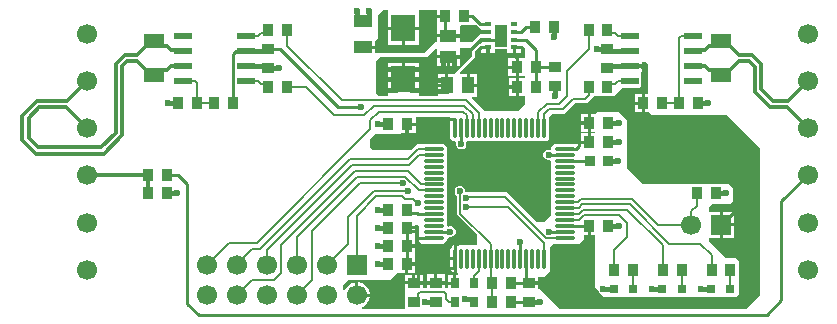
<source format=gtl>
G04*
G04 #@! TF.GenerationSoftware,Altium Limited,Altium Designer,22.3.1 (43)*
G04*
G04 Layer_Physical_Order=1*
G04 Layer_Color=255*
%FSLAX44Y44*%
%MOMM*%
G71*
G04*
G04 #@! TF.SameCoordinates,C52AF181-6C1B-4B2A-911A-4B769AFB4D18*
G04*
G04*
G04 #@! TF.FilePolarity,Positive*
G04*
G01*
G75*
%ADD10C,0.3000*%
%ADD13C,0.2540*%
%ADD14C,0.2000*%
%ADD15C,0.3500*%
%ADD16R,0.9500X1.0000*%
%ADD17R,0.8000X0.8000*%
%ADD18R,1.5000X1.0000*%
%ADD19O,1.8000X0.3000*%
%ADD20O,0.3000X1.8000*%
%ADD21R,1.1000X1.9000*%
%ADD22R,0.6250X0.4000*%
%ADD23R,1.5500X0.6000*%
%ADD24R,1.8000X1.1500*%
%ADD25R,0.9000X1.0000*%
%ADD26R,1.0000X0.9500*%
%ADD27R,1.0500X1.4000*%
%ADD28R,1.0000X0.9000*%
%ADD29R,1.4000X1.0500*%
%ADD30R,2.1500X2.3000*%
%ADD31R,0.9500X0.9500*%
%ADD32R,0.6500X0.8500*%
%ADD55C,0.4000*%
%ADD56C,0.1520*%
%ADD57C,1.7000*%
%ADD58R,1.7000X1.7000*%
%ADD59R,1.7000X1.7000*%
%ADD60C,0.6000*%
G36*
X686000Y935990D02*
X693040D01*
Y933450D01*
X686000D01*
Y927206D01*
X686000Y927180D01*
X686000D01*
X686420Y926110D01*
X686420Y926110D01*
Y919590D01*
X695960D01*
X705500D01*
Y926110D01*
X706176Y927100D01*
X719871D01*
X721026Y925946D01*
X721026Y925946D01*
X721685Y925505D01*
X723620Y923570D01*
Y922730D01*
X729285D01*
Y920190D01*
X723620D01*
Y919460D01*
X722610D01*
X716220Y913070D01*
X705500D01*
Y917050D01*
X695960D01*
X686420D01*
Y913070D01*
X684470D01*
X674880Y903480D01*
X633610D01*
Y907210D01*
X623570D01*
Y909750D01*
X633610D01*
Y913520D01*
X636324Y916234D01*
Y935955D01*
X640089Y939720D01*
X644425D01*
X644570Y938510D01*
X644570Y938450D01*
Y925740D01*
X657860D01*
X671150D01*
Y938450D01*
X671150Y938510D01*
X671295Y939720D01*
X686000D01*
Y935990D01*
D02*
G37*
G36*
X760730Y908050D02*
Y899080D01*
X755270D01*
Y891540D01*
Y884000D01*
X760730D01*
Y882570D01*
X755270D01*
Y875030D01*
Y867490D01*
X760730D01*
Y860056D01*
X755136Y854462D01*
X726688D01*
X715563Y865587D01*
X716049Y866760D01*
X720370D01*
Y875030D01*
X712580D01*
Y876300D01*
X711310D01*
Y885840D01*
X706026D01*
X705500Y887110D01*
X718199Y899809D01*
Y904889D01*
X722447Y909137D01*
X723620Y908651D01*
Y903920D01*
X728015D01*
Y908460D01*
X730555D01*
Y903920D01*
X734950D01*
Y907186D01*
X745870D01*
Y903920D01*
X750265D01*
Y908460D01*
X751535D01*
Y909730D01*
X757200D01*
Y909914D01*
X758470Y910310D01*
X760730Y908050D01*
D02*
G37*
G36*
X723057Y916230D02*
X729285D01*
Y913690D01*
X723620D01*
Y912850D01*
X716280Y905510D01*
Y901005D01*
X701115Y885840D01*
X695850D01*
Y876300D01*
X694580D01*
Y875030D01*
X686790D01*
Y867410D01*
X672412D01*
X671150Y867430D01*
X671150Y868680D01*
Y880200D01*
X657860D01*
X644570D01*
Y868680D01*
X644570Y867430D01*
X643308Y867410D01*
X637540D01*
X635000Y869950D01*
Y896620D01*
X638810Y900430D01*
X678180D01*
X685150Y907400D01*
X686420Y906874D01*
Y901590D01*
X695960D01*
X705500D01*
Y908050D01*
X713877D01*
X722350Y916523D01*
X723057Y916230D01*
D02*
G37*
G36*
X865180Y893770D02*
Y868600D01*
X861950D01*
Y861060D01*
Y853520D01*
X866060D01*
X868680Y850900D01*
X932180D01*
X960120Y822960D01*
Y698500D01*
X948690Y687070D01*
X789940D01*
X773350Y703660D01*
X772080D01*
Y707770D01*
X764540D01*
Y710310D01*
X772080D01*
Y713790D01*
X777290D01*
X782320Y718820D01*
Y739140D01*
X784860Y741680D01*
X806450D01*
X810590Y745820D01*
Y749820D01*
X814070D01*
Y757360D01*
X816610D01*
Y749820D01*
X820090D01*
Y705180D01*
X822396Y702874D01*
Y702680D01*
X823085Y701017D01*
X824357Y699745D01*
X826020Y699056D01*
X826214D01*
X828040Y697230D01*
X939800D01*
X942340Y699770D01*
Y727710D01*
X939800Y730250D01*
X930910D01*
X916940Y744220D01*
Y747011D01*
X925440D01*
Y758051D01*
Y769091D01*
X916940D01*
Y773430D01*
X919480Y775970D01*
X934720D01*
X937260Y778510D01*
Y788670D01*
X933450Y792480D01*
X861060D01*
X847090Y806450D01*
Y847090D01*
X840740Y853440D01*
X821690D01*
X820340Y852090D01*
X816610D01*
Y844550D01*
Y837010D01*
X820090D01*
Y835580D01*
X816610D01*
Y828040D01*
X815340D01*
Y826770D01*
X806780D01*
D01*
X785757D01*
X784324Y825337D01*
X784227Y825273D01*
X784163Y825176D01*
X783050Y824063D01*
Y822704D01*
X782550Y822184D01*
X782083Y821883D01*
X781917Y821798D01*
X781710Y821884D01*
X779910D01*
X778247Y821195D01*
X776975Y819923D01*
X776286Y818260D01*
Y816460D01*
X776975Y814797D01*
X778247Y813525D01*
X779910Y812836D01*
X781710D01*
X781994Y812954D01*
X783050Y812248D01*
Y766540D01*
X777240Y760730D01*
X770890D01*
X745490Y786130D01*
X710081D01*
Y787586D01*
X709392Y789249D01*
X708120Y790521D01*
X706457Y791210D01*
X704657D01*
X702995Y790521D01*
X701722Y789249D01*
X701033Y787586D01*
Y785786D01*
X701722Y784123D01*
X702995Y782851D01*
X703217Y782758D01*
Y779176D01*
X703228Y779121D01*
Y767697D01*
X703406Y766806D01*
X703911Y766050D01*
X720090Y749871D01*
Y741680D01*
X719380Y740970D01*
X704996D01*
X704101Y740075D01*
X703216Y740666D01*
X702910Y740726D01*
Y729360D01*
Y717993D01*
X703030Y718017D01*
X704188Y717535D01*
X704300Y717475D01*
Y715450D01*
X702320D01*
Y708660D01*
X701050D01*
Y707390D01*
X695260D01*
Y704540D01*
X692710D01*
Y707640D01*
X685170D01*
X677630D01*
Y704540D01*
X674290D01*
Y707770D01*
X666750D01*
X659210D01*
Y703154D01*
X659130Y703074D01*
Y687070D01*
X623190D01*
X623034Y687475D01*
X622972Y688340D01*
X625269Y689666D01*
X627324Y691721D01*
X628778Y694239D01*
X629530Y697047D01*
Y697230D01*
X618490D01*
Y698500D01*
X617220D01*
Y709540D01*
X617037D01*
X614229Y708788D01*
X611711Y707334D01*
X609656Y705279D01*
X608330Y702982D01*
X607465Y703044D01*
X607060Y703200D01*
Y707390D01*
X610870Y711200D01*
X646430D01*
X652273Y717043D01*
X653319Y717592D01*
Y717592D01*
X653319Y717592D01*
X659339D01*
Y725132D01*
X660609D01*
Y726402D01*
X667899D01*
Y732672D01*
X667899D01*
Y732832D01*
X667899D01*
Y739102D01*
X660609D01*
Y741642D01*
X667899D01*
Y747912D01*
X667899D01*
Y748072D01*
X667899D01*
Y754342D01*
X660609D01*
Y756882D01*
X667899D01*
Y757922D01*
X669072Y758408D01*
X670721Y756759D01*
Y744111D01*
X672763Y742069D01*
X691725D01*
X695032Y745375D01*
Y746217D01*
X695194Y747031D01*
X696342Y747931D01*
X696570Y747836D01*
X698370D01*
X700033Y748525D01*
X701305Y749797D01*
X701994Y751460D01*
Y753260D01*
X701305Y754923D01*
X700033Y756195D01*
X698370Y756884D01*
X696570D01*
X696088Y756684D01*
X695032Y757390D01*
Y823753D01*
X692014Y826770D01*
X669290D01*
X664210Y821690D01*
X632460D01*
X629920Y824230D01*
Y830580D01*
X634373Y835033D01*
X654693D01*
X655400Y835740D01*
X659510D01*
Y843280D01*
X660780D01*
Y844550D01*
X668070D01*
Y849619D01*
X697074D01*
Y831824D01*
X698279Y830619D01*
X698727Y829947D01*
X699399Y829499D01*
X699991Y828906D01*
X700808D01*
X701311Y828806D01*
X701999Y827928D01*
X702166Y827551D01*
X702116Y827430D01*
Y825630D01*
X702805Y823967D01*
X704077Y822695D01*
X705740Y822006D01*
X707540D01*
X709203Y822695D01*
X710475Y823967D01*
X711164Y825630D01*
Y827430D01*
X710990Y827850D01*
X711695Y828906D01*
X779376D01*
X781050Y830580D01*
Y849630D01*
X783590Y852170D01*
X793750D01*
X802965Y861385D01*
X813125D01*
X819150Y867410D01*
X836930D01*
X843280Y873760D01*
X857549D01*
X859274Y875485D01*
Y887270D01*
X859590D01*
Y891540D01*
X849300D01*
Y894080D01*
X859590D01*
Y895910D01*
X863040D01*
X865180Y893770D01*
D02*
G37*
%LPC*%
G36*
X671150Y923200D02*
X659130D01*
Y910430D01*
X671150D01*
Y923200D01*
D02*
G37*
G36*
X656590D02*
X644570D01*
Y910430D01*
X656590D01*
Y923200D01*
D02*
G37*
G36*
X757200Y907190D02*
X752805D01*
Y903920D01*
X757200D01*
Y907190D01*
D02*
G37*
G36*
X752730Y899080D02*
X746710D01*
Y892810D01*
X752730D01*
Y899080D01*
D02*
G37*
G36*
Y890270D02*
X746710D01*
Y884000D01*
X752730D01*
Y890270D01*
D02*
G37*
G36*
X720370Y885840D02*
X713850D01*
Y877570D01*
X720370D01*
Y885840D01*
D02*
G37*
G36*
X752730Y882570D02*
X746960D01*
Y876300D01*
X752730D01*
Y882570D01*
D02*
G37*
G36*
Y873760D02*
X746960D01*
Y867490D01*
X752730D01*
Y873760D01*
D02*
G37*
G36*
X705500Y899050D02*
X697230D01*
Y892530D01*
X705500D01*
Y899050D01*
D02*
G37*
G36*
X694690D02*
X686420D01*
Y892530D01*
X694690D01*
Y899050D01*
D02*
G37*
G36*
X671150Y895510D02*
X659130D01*
Y882740D01*
X671150D01*
Y895510D01*
D02*
G37*
G36*
X656590D02*
X644570D01*
Y882740D01*
X656590D01*
Y895510D01*
D02*
G37*
G36*
X693310Y885840D02*
X686790D01*
Y877570D01*
X693310D01*
Y885840D01*
D02*
G37*
G36*
X859410Y868600D02*
X853640D01*
Y862330D01*
X859410D01*
Y868600D01*
D02*
G37*
G36*
Y859790D02*
X853640D01*
Y853520D01*
X859410D01*
Y859790D01*
D02*
G37*
G36*
X814070Y852090D02*
X808050D01*
Y845820D01*
X814070D01*
Y852090D01*
D02*
G37*
G36*
Y843280D02*
X808050D01*
Y837010D01*
X814070D01*
Y843280D01*
D02*
G37*
G36*
X668070Y842010D02*
X662050D01*
Y835740D01*
X668070D01*
Y842010D01*
D02*
G37*
G36*
X814070Y835580D02*
X808050D01*
Y829310D01*
X814070D01*
Y835580D01*
D02*
G37*
G36*
X937750Y769091D02*
X927980D01*
Y759321D01*
X937750D01*
Y769091D01*
D02*
G37*
G36*
Y756781D02*
X927980D01*
Y747011D01*
X937750D01*
Y756781D01*
D02*
G37*
G36*
X700370Y740726D02*
X700064Y740666D01*
X698727Y739773D01*
X697834Y738436D01*
X697521Y736860D01*
Y730630D01*
X700370D01*
Y740726D01*
D02*
G37*
G36*
Y728090D02*
X697521D01*
Y721860D01*
X697834Y720284D01*
X698727Y718947D01*
X700064Y718054D01*
X700370Y717993D01*
Y728090D01*
D02*
G37*
G36*
X667899Y723862D02*
X661879D01*
Y717592D01*
X667899D01*
Y723862D01*
D02*
G37*
G36*
X674290Y716080D02*
X668020D01*
Y710310D01*
X674290D01*
Y716080D01*
D02*
G37*
G36*
X665480D02*
X659210D01*
Y710310D01*
X665480D01*
Y716080D01*
D02*
G37*
G36*
X692710Y716200D02*
X686440D01*
Y710180D01*
X692710D01*
Y716200D01*
D02*
G37*
G36*
X683900D02*
X677630D01*
Y710180D01*
X683900D01*
Y716200D01*
D02*
G37*
G36*
X699780Y715450D02*
X695260D01*
Y709930D01*
X699780D01*
Y715450D01*
D02*
G37*
G36*
X619943Y709540D02*
X619760D01*
Y699770D01*
X629530D01*
Y699953D01*
X628778Y702761D01*
X627324Y705279D01*
X625269Y707334D01*
X622751Y708788D01*
X619943Y709540D01*
D02*
G37*
%LPD*%
D10*
X390000Y800000D02*
X441480D01*
X441580Y800100D01*
Y784860D02*
Y800100D01*
D13*
X815340Y828040D02*
Y844550D01*
Y827790D02*
Y828040D01*
X806545Y824939D02*
Y827950D01*
X814212Y826662D02*
X815340Y827790D01*
X804054Y822448D02*
X806545Y824939D01*
X794728Y822448D02*
X804054D01*
X794640Y822360D02*
X794728Y822448D01*
X474973Y691434D02*
X484416Y681990D01*
X467360Y800100D02*
X474973Y792487D01*
X457580Y800100D02*
X467360D01*
X474973Y691434D02*
Y792487D01*
X484416Y681990D02*
X965521D01*
X815340Y704850D02*
X828777Y691413D01*
X942873D02*
X949960Y698500D01*
X828777Y691413D02*
X942873D01*
X815340Y742950D02*
Y757360D01*
Y704850D02*
Y742950D01*
X941070Y772411D02*
X949960Y763521D01*
Y698500D02*
Y763521D01*
X977900Y694369D02*
Y777900D01*
X965521Y681990D02*
X977900Y694369D01*
X731900Y792480D02*
X759840Y820420D01*
X794552Y757448D02*
X794640Y757360D01*
X748790Y708660D02*
X764160D01*
X748215D02*
X748790D01*
X699763Y792480D02*
Y821697D01*
Y762007D02*
Y792480D01*
X703566Y748016D02*
Y758204D01*
X699763Y762007D02*
X703566Y758204D01*
X748790Y693040D02*
X764540D01*
X660609Y740372D02*
Y755612D01*
Y725132D02*
Y740372D01*
X666750Y709040D02*
X666954D01*
X670184Y712270D02*
Y718444D01*
X666954Y709040D02*
X670184Y712270D01*
Y718444D02*
X674370Y722630D01*
X977900Y777900D02*
X1000000Y800000D01*
X721124Y906030D02*
X723555Y908460D01*
X729285D01*
X815340Y844550D02*
Y854710D01*
X819150Y858520D01*
X842010D01*
X904240Y796290D01*
X935990D01*
X941070Y772411D02*
Y791210D01*
X935990Y796290D02*
X941070Y791210D01*
X926710Y758051D02*
X941070Y772411D01*
X662521Y828891D02*
X664210Y830580D01*
X636030Y828891D02*
X662521D01*
X553340Y907160D02*
X602478Y858022D01*
X621623D01*
X543560Y907160D02*
X553340D01*
X660780Y770890D02*
X663324Y768346D01*
X660609Y755612D02*
X663043Y753178D01*
X759840Y820420D02*
X774700D01*
X798830Y844550D01*
X815340D01*
X690880Y830580D02*
X699763Y821697D01*
X664210Y830580D02*
X690880D01*
X660780Y834010D02*
X664210Y830580D01*
X660780Y834010D02*
Y843280D01*
X516032Y905510D02*
X524840D01*
X513419Y902897D02*
X516032Y905510D01*
X513419Y861101D02*
Y902897D01*
X849300Y892810D02*
X858520D01*
X860680Y890650D01*
Y861060D02*
Y890650D01*
X849300Y892810D02*
X850570Y891540D01*
X541910Y905510D02*
X543560Y907160D01*
X541910Y892810D02*
X543560Y891160D01*
X781430Y709040D02*
X815340Y742950D01*
X699763Y792480D02*
X731900D01*
X764540Y709040D02*
X781430D01*
X693420Y737870D02*
X703566Y748016D01*
X693040Y921240D02*
X695960Y918320D01*
X693040Y921240D02*
Y934720D01*
X695960Y918320D02*
X710040D01*
X713180Y921460D02*
X729285D01*
X710040Y918320D02*
X713180Y921460D01*
X709040Y934720D02*
X716280D01*
X723040Y927960D02*
X729285D01*
X716280Y934720D02*
X723040Y927960D01*
X762000Y925830D02*
X769620D01*
X757630Y921460D02*
X762000Y925830D01*
X751535Y921460D02*
X757630D01*
X761440Y914960D02*
X770000Y906400D01*
Y891540D02*
Y906400D01*
X751535Y914960D02*
X761440D01*
X785750Y891540D02*
X786130Y891920D01*
X770000Y891540D02*
X785750D01*
X770000Y875030D02*
Y891540D01*
X754000D02*
Y899540D01*
X751535Y902005D02*
X754000Y899540D01*
X751535Y902005D02*
Y908460D01*
X727710Y876300D02*
X731520D01*
X712580D02*
X727710D01*
X729285Y877875D02*
Y908460D01*
X727710Y876300D02*
X729285Y877875D01*
X731520Y876300D02*
X732790Y875030D01*
X754000D01*
Y891540D01*
X695960Y900320D02*
X708550D01*
X723190Y914960D01*
X729285D01*
X737160D02*
X740410Y918210D01*
X729285Y914960D02*
X737160D01*
X794640Y757360D02*
X815340D01*
X674370Y725132D02*
X683164D01*
X660609D02*
X674370D01*
Y722630D02*
Y725132D01*
X683164D02*
X686627Y721669D01*
X701325D02*
X701640Y721984D01*
X686627Y721669D02*
X701325D01*
X701640Y721984D02*
Y729360D01*
X688340Y843280D02*
X692960Y847900D01*
X701640Y840360D02*
Y847688D01*
X701428Y847900D02*
X701640Y847688D01*
X692960Y847900D02*
X701428D01*
X660780Y843280D02*
X688340D01*
X794640Y812360D02*
X815646D01*
X815840Y812166D01*
X761640Y711940D02*
X764540Y709040D01*
X761640Y711940D02*
Y729360D01*
X764160Y708660D02*
X764540Y709040D01*
X685170Y708910D02*
X700800D01*
X701050Y708660D01*
X685040Y709040D02*
X685170Y708910D01*
X669290Y709040D02*
X685040D01*
X670560Y737870D02*
X693420D01*
X668058Y740372D02*
X670560Y737870D01*
X660609Y740372D02*
X668058D01*
X669499Y747360D02*
X683640D01*
X663043Y753178D02*
X669009D01*
X663324Y768346D02*
X669294D01*
X670280Y767360D01*
X682370D01*
X780810Y817360D02*
X794640D01*
X706640Y826530D02*
Y840360D01*
X683640Y752360D02*
X697470D01*
X780810D02*
X794640D01*
X756640Y729360D02*
Y743190D01*
D14*
X780865Y855795D02*
X792530D01*
X801605Y864870D01*
X811530D01*
X776640Y851570D02*
X780865Y855795D01*
X778985Y860672D02*
X789552D01*
X771640Y853327D02*
X778985Y860672D01*
X771640Y840360D02*
Y853327D01*
X789552Y860672D02*
X796026Y867146D01*
X776640Y840360D02*
Y851570D01*
X796026Y867146D02*
Y888529D01*
X814580Y907083D01*
Y923290D01*
X901310Y758051D02*
X901631Y758372D01*
Y769551D01*
X906400Y774320D01*
Y784860D01*
X847344Y770815D02*
X877440Y740719D01*
Y720090D02*
Y740719D01*
X849277Y775482D02*
X883079Y741680D01*
X918710Y720090D02*
Y732290D01*
X883079Y741680D02*
X909320D01*
X918710Y732290D01*
X873490Y758051D02*
X901310D01*
X851263Y780277D02*
X873490Y758051D01*
X836170Y720090D02*
Y737110D01*
X847090Y748030D01*
Y759460D01*
X810273Y766198D02*
X840352D01*
X847090Y759460D01*
X794640Y762360D02*
X806435D01*
X810273Y766198D01*
X806507Y767551D02*
X809770Y770815D01*
X794831Y767551D02*
X806507D01*
X809770Y770815D02*
X847344D01*
X806363Y772551D02*
X809294Y775482D01*
X807957Y780277D02*
X851263D01*
X805231Y777551D02*
X807957Y780277D01*
X809294Y775482D02*
X849277D01*
X794831Y777551D02*
X805231D01*
X794640Y777360D02*
X794831Y777551D01*
Y772551D02*
X806363D01*
X794640Y772360D02*
X794831Y772551D01*
X794640Y767360D02*
X794831Y767551D01*
X934710Y703580D02*
Y720090D01*
X893440Y703580D02*
Y720090D01*
X852170Y703580D02*
Y720090D01*
X811530Y864870D02*
X814580Y867920D01*
Y875030D01*
X524840Y880110D02*
X534670D01*
X537232Y877548D02*
X541042D01*
X543560Y875030D01*
X534670Y880110D02*
X537232Y877548D01*
X524840Y918210D02*
X534670D01*
X537232Y920772D02*
X541042D01*
X543560Y923290D01*
X534670Y918210D02*
X537232Y920772D01*
X839470Y918210D02*
X849300D01*
X833098Y920772D02*
X836908D01*
X830580Y923290D02*
X833098Y920772D01*
X836908D02*
X839470Y918210D01*
X836908Y877548D02*
X839470Y880110D01*
X830580Y875030D02*
X833098Y877548D01*
X836908D01*
X839470Y880110D02*
X849300D01*
X892810Y918210D02*
X903300D01*
X891160Y916560D02*
X892810Y918210D01*
X891160Y861060D02*
Y916560D01*
X876680Y861060D02*
X891160D01*
X482980D02*
X497460D01*
X482980D02*
Y878460D01*
X481330Y880110D02*
X482980Y878460D01*
X470840Y880110D02*
X481330D01*
D15*
X404150Y818225D02*
X419759Y833834D01*
X401872Y823725D02*
X414259Y836113D01*
X346320Y818225D02*
X404150D01*
X348598Y823725D02*
X401872D01*
X334879Y829666D02*
X346320Y818225D01*
X340379Y831944D02*
X348598Y823725D01*
X334879Y829666D02*
Y850661D01*
X340379Y831944D02*
Y848383D01*
X334879Y850661D02*
X347230Y863012D01*
X340379Y848383D02*
X349508Y857513D01*
X372487D01*
X347230Y863012D02*
X373013D01*
X390000Y880000D01*
X372487Y857513D02*
X390000Y840000D01*
X414259Y836113D02*
Y894477D01*
X419759Y833834D02*
Y892199D01*
X414259Y894477D02*
X421788Y902007D01*
X419759Y892199D02*
X424067Y896507D01*
X955394Y870708D02*
X968589Y857513D01*
X982487D02*
X1000000Y840000D01*
X960894Y872986D02*
X970867Y863012D01*
X983013D02*
X1000000Y880000D01*
X970867Y863012D02*
X983013D01*
X968589Y857513D02*
X982487D01*
X955394Y870708D02*
Y891798D01*
X950685Y896507D02*
X955394Y891798D01*
X952963Y902007D02*
X960894Y894076D01*
Y872986D02*
Y894076D01*
X942003Y902007D02*
X952963D01*
X942197Y896507D02*
X950685D01*
X930350Y884660D02*
X942197Y896507D01*
X930350Y913660D02*
X942003Y902007D01*
X424067Y896507D02*
X431944D01*
X432136Y902007D02*
X443790Y913660D01*
X421788Y902007D02*
X432136D01*
X431944Y896507D02*
X443790Y884660D01*
X447040D01*
X443790Y913660D02*
X447040D01*
X451326Y909374D02*
X457746D01*
X447040Y913660D02*
X451326Y909374D01*
X461262Y905858D02*
X470492D01*
X457746Y909374D02*
X461262Y905858D01*
X470492D02*
X470840Y905510D01*
X451326Y888946D02*
X457746D01*
X447040Y884660D02*
X451326Y888946D01*
X461262Y892462D02*
X470492D01*
X457746Y888946D02*
X461262Y892462D01*
X470492D02*
X470840Y892810D01*
X916394Y888946D02*
X922814D01*
X927100Y884660D01*
X903648Y892462D02*
X912878D01*
X916394Y888946D01*
X903300Y892810D02*
X903648Y892462D01*
X903300Y905510D02*
X903648Y905858D01*
X912878D02*
X916394Y909374D01*
X903648Y905858D02*
X912878D01*
X922814Y909374D02*
X927100Y913660D01*
X916394Y909374D02*
X922814D01*
D16*
X732790Y693040D02*
D03*
X748790D02*
D03*
X770000Y891540D02*
D03*
X754000D02*
D03*
X644780Y843280D02*
D03*
X660780D02*
D03*
X831340Y828040D02*
D03*
X815340D02*
D03*
X831340Y757360D02*
D03*
X815340D02*
D03*
X644609Y755612D02*
D03*
X660609D02*
D03*
X644609Y725132D02*
D03*
X660609D02*
D03*
X644609Y740372D02*
D03*
X660609D02*
D03*
X831340Y844550D02*
D03*
X815340D02*
D03*
D17*
X852170Y703580D02*
D03*
X835670D02*
D03*
X893440D02*
D03*
X876940D02*
D03*
X934710D02*
D03*
X918210D02*
D03*
D18*
X623570Y908480D02*
D03*
Y930480D02*
D03*
D19*
X683640Y747360D02*
D03*
Y752360D02*
D03*
Y757360D02*
D03*
Y762360D02*
D03*
Y767360D02*
D03*
Y772360D02*
D03*
Y777360D02*
D03*
Y782360D02*
D03*
Y787360D02*
D03*
Y792360D02*
D03*
Y797360D02*
D03*
Y802360D02*
D03*
Y807360D02*
D03*
Y812360D02*
D03*
Y817360D02*
D03*
Y822360D02*
D03*
X794640D02*
D03*
Y817360D02*
D03*
Y812360D02*
D03*
Y807360D02*
D03*
Y802360D02*
D03*
Y797360D02*
D03*
Y792360D02*
D03*
Y787360D02*
D03*
Y782360D02*
D03*
Y777360D02*
D03*
Y772360D02*
D03*
Y767360D02*
D03*
Y762360D02*
D03*
Y757360D02*
D03*
Y752360D02*
D03*
Y747360D02*
D03*
D20*
X701640Y840360D02*
D03*
X706640D02*
D03*
X711640D02*
D03*
X716640D02*
D03*
X721640D02*
D03*
X726640D02*
D03*
X731640D02*
D03*
X736640D02*
D03*
X741640D02*
D03*
X746640D02*
D03*
X751640D02*
D03*
X756640D02*
D03*
X761640D02*
D03*
X766640D02*
D03*
X771640D02*
D03*
X776640D02*
D03*
Y729360D02*
D03*
X771640D02*
D03*
X766640D02*
D03*
X761640D02*
D03*
X756640D02*
D03*
X751640D02*
D03*
X746640D02*
D03*
X741640D02*
D03*
X736640D02*
D03*
X731640D02*
D03*
X726640D02*
D03*
X721640D02*
D03*
X716640D02*
D03*
X711640D02*
D03*
X706640D02*
D03*
X701640D02*
D03*
D21*
X740410Y918210D02*
D03*
D22*
X729285Y927960D02*
D03*
Y921460D02*
D03*
Y914960D02*
D03*
Y908460D02*
D03*
X751535Y927960D02*
D03*
Y921460D02*
D03*
Y914960D02*
D03*
Y908460D02*
D03*
D23*
X903300Y880110D02*
D03*
Y892810D02*
D03*
Y905510D02*
D03*
Y918210D02*
D03*
X849300Y880110D02*
D03*
Y892810D02*
D03*
Y905510D02*
D03*
Y918210D02*
D03*
X470840D02*
D03*
Y905510D02*
D03*
Y892810D02*
D03*
Y880110D02*
D03*
X524840Y918210D02*
D03*
Y905510D02*
D03*
Y892810D02*
D03*
Y880110D02*
D03*
D24*
X927100Y913660D02*
D03*
Y884660D02*
D03*
X447040D02*
D03*
Y913660D02*
D03*
D25*
X860680Y861060D02*
D03*
X876680D02*
D03*
X513460D02*
D03*
X497460D02*
D03*
X457580Y800100D02*
D03*
X441580D02*
D03*
X891160Y861060D02*
D03*
X907160D02*
D03*
X482980D02*
D03*
X466980D02*
D03*
X441580Y784860D02*
D03*
X457580D02*
D03*
X748790Y708660D02*
D03*
X732790D02*
D03*
X644780Y770890D02*
D03*
X660780D02*
D03*
X693040Y934720D02*
D03*
X709040D02*
D03*
X754000Y875030D02*
D03*
X770000D02*
D03*
X769620Y925830D02*
D03*
X785620D02*
D03*
X559560Y923290D02*
D03*
X543560D02*
D03*
X559560Y875030D02*
D03*
X543560D02*
D03*
X814580D02*
D03*
X830580D02*
D03*
X814580Y923290D02*
D03*
X830580D02*
D03*
X906400Y784860D02*
D03*
X922400D02*
D03*
X836170Y720090D02*
D03*
X852170D02*
D03*
X877440D02*
D03*
X893440D02*
D03*
X918710D02*
D03*
X934710D02*
D03*
D26*
X830580Y907160D02*
D03*
Y891160D02*
D03*
X543560D02*
D03*
Y907160D02*
D03*
X685170Y692910D02*
D03*
Y708910D02*
D03*
X764540Y693040D02*
D03*
Y709040D02*
D03*
D27*
X712580Y876300D02*
D03*
X694580D02*
D03*
D28*
X786130Y891920D02*
D03*
Y875920D02*
D03*
X666750Y709040D02*
D03*
Y693040D02*
D03*
D29*
X695960Y918320D02*
D03*
Y900320D02*
D03*
D30*
X657860Y924470D02*
D03*
Y881470D02*
D03*
D31*
X815840Y812166D02*
D03*
X830840D02*
D03*
D32*
X701050Y708660D02*
D03*
X717550D02*
D03*
Y693160D02*
D03*
X701050D02*
D03*
D55*
X457580Y784860D02*
X466330D01*
X826920Y703580D02*
X835670D01*
X868190D02*
X876940D01*
X909460D02*
X918210D01*
X710041Y695397D02*
X718791D01*
X676420Y692910D02*
X685170D01*
X764540Y693040D02*
X773290D01*
X922400Y784860D02*
X931150D01*
X618839Y930642D02*
Y939392D01*
X628301Y930642D02*
Y939392D01*
X821830Y907160D02*
X830580D01*
X832230Y905510D02*
X849300D01*
X832230Y892810D02*
X849300D01*
X907160Y861060D02*
X915910D01*
X524840Y905510D02*
X541910D01*
X524840Y892810D02*
X541910D01*
X543560Y891160D02*
X552310D01*
X458230Y861060D02*
X466980D01*
X664045Y890264D02*
X672795D01*
X664045Y872676D02*
X672795D01*
X664045Y881470D02*
X672795D01*
X642925D02*
X651675D01*
X642925Y872676D02*
X651675D01*
X642925Y890264D02*
X651675D01*
X785620Y917080D02*
Y925830D01*
X786130Y867170D02*
Y875920D01*
X685667Y881031D02*
X694417D01*
X685667Y871569D02*
X694417D01*
X700691Y891407D02*
Y900157D01*
X691229Y891407D02*
Y900157D01*
X636030Y843280D02*
X644780D01*
X831340Y844550D02*
X840090D01*
X831340Y828040D02*
X840090D01*
X830840Y812166D02*
X839590D01*
X831340Y757360D02*
X840090D01*
X636030Y770890D02*
X644780D01*
X635859Y755612D02*
X644609D01*
X635859Y740372D02*
X644609D01*
X635859Y725132D02*
X644609D01*
D56*
X510540Y742950D02*
X533729D01*
X491490Y723900D02*
X510540Y742950D01*
X516890Y725170D02*
X529590Y737870D01*
X536253D01*
X612677Y814294D01*
X533729Y742950D02*
X629920Y839141D01*
X516890Y723900D02*
Y725170D01*
X542290Y723900D02*
Y736552D01*
X614598Y808860D01*
X618790Y798740D02*
X659277D01*
X567690Y747640D02*
X618790Y798740D01*
X621078Y793217D02*
X657327D01*
X554383Y716943D02*
Y741403D01*
X616719Y803740D01*
X614598Y808860D02*
X662810D01*
X616719Y803740D02*
X661348D01*
X567690Y723900D02*
Y747640D01*
X580390Y711200D02*
Y752529D01*
X629920Y839141D02*
Y847090D01*
X612677Y814294D02*
X661894D01*
X580390Y752529D02*
X621078Y793217D01*
X529590Y711200D02*
X548640D01*
X516890Y698500D02*
X529590Y711200D01*
X548640D02*
X554383Y716943D01*
X567690Y698500D02*
X580390Y711200D01*
X661894Y814294D02*
X669960Y822360D01*
X610870Y741680D02*
Y764540D01*
X593090Y723900D02*
X610870Y741680D01*
Y764540D02*
X632760Y786430D01*
X661437D01*
X635000Y782320D02*
X656590D01*
X618490Y723900D02*
Y765810D01*
X635000Y782320D01*
X656590D02*
X659130Y779780D01*
X666168D02*
X668912Y777036D01*
X670125D01*
X659130Y779780D02*
X666168D01*
X661348Y803740D02*
X672727Y792360D01*
X662810Y808860D02*
X671310Y817360D01*
X659277Y798740D02*
X670656Y787360D01*
X746403Y773327D02*
X776640Y743090D01*
X710841Y773327D02*
X746403D01*
X711345Y781365D02*
X743905D01*
X710830Y780851D02*
X711345Y781365D01*
X743905D02*
X778510Y746760D01*
X705546Y786675D02*
X705557Y786686D01*
X731640Y729360D02*
Y741614D01*
X705557Y767697D02*
X731640Y741614D01*
X705557Y767697D02*
Y779165D01*
X705546Y779176D02*
X705557Y779165D01*
X705546Y779176D02*
Y786675D01*
X731640Y710190D02*
Y729360D01*
X776640D02*
Y743090D01*
X778510Y746760D02*
X783590D01*
X784190Y747360D01*
X794640D01*
X672727Y792360D02*
X683640D01*
X670656Y787360D02*
X683640D01*
X732790Y693040D02*
Y708660D01*
X670186Y699412D02*
X671674Y700900D01*
X624840Y850900D02*
X633043Y859103D01*
X599440Y850900D02*
X624840D01*
X559560Y875030D02*
X575310D01*
X599440Y850900D01*
X710834Y863966D02*
X721640Y853160D01*
X605424Y863966D02*
X710834D01*
X559560Y909830D02*
X605424Y863966D01*
X633043Y859103D02*
X709347D01*
X559560Y909830D02*
Y923290D01*
X709347Y859103D02*
X716640Y851810D01*
X629920Y847090D02*
X636785Y853955D01*
X708145D01*
X711357Y850743D01*
Y840643D02*
Y850743D01*
Y840643D02*
X711640Y840360D01*
X721640D02*
Y853160D01*
X716640Y840360D02*
Y851810D01*
X671310Y817360D02*
X683640D01*
X669960Y822360D02*
X683640D01*
X717550Y708660D02*
X717625Y708735D01*
Y715232D01*
X721640Y719247D01*
Y729360D01*
X731640Y710190D02*
X732790Y709040D01*
X669290Y693040D02*
X669496D01*
X670186Y696270D02*
Y699412D01*
X666956Y693040D02*
X670186Y696270D01*
X671674Y700900D02*
X692579D01*
X694067Y695271D02*
Y699412D01*
Y695271D02*
X696178Y693160D01*
X701050D01*
X692579Y700900D02*
X694067Y699412D01*
D57*
X491490Y698500D02*
D03*
X516890D02*
D03*
X542290D02*
D03*
X567690D02*
D03*
X593090D02*
D03*
X491490Y723900D02*
D03*
X516890D02*
D03*
X542290D02*
D03*
X567690D02*
D03*
X593090D02*
D03*
X618490Y698500D02*
D03*
X901310Y758051D02*
D03*
X390000Y720000D02*
D03*
Y800000D02*
D03*
Y920000D02*
D03*
Y760000D02*
D03*
Y880000D02*
D03*
Y840000D02*
D03*
X1000000Y720000D02*
D03*
Y760000D02*
D03*
Y800000D02*
D03*
Y840000D02*
D03*
Y880000D02*
D03*
Y920000D02*
D03*
D58*
X618490Y723900D02*
D03*
D59*
X926710Y758051D02*
D03*
D60*
X466330Y784860D02*
D03*
X670125Y777036D02*
D03*
X661437Y786430D02*
D03*
X657327Y793217D02*
D03*
X710841Y773327D02*
D03*
X710830Y780851D02*
D03*
X826920Y703580D02*
D03*
X868190D02*
D03*
X909460D02*
D03*
X705557Y786686D02*
D03*
X710041Y695397D02*
D03*
X676420Y692910D02*
D03*
X773290Y693040D02*
D03*
X728251Y823182D02*
D03*
X740951D02*
D03*
X753651D02*
D03*
Y857538D02*
D03*
X740951D02*
D03*
X728251D02*
D03*
X931150Y784860D02*
D03*
X636030Y828891D02*
D03*
X621623Y858022D02*
D03*
X618839Y939392D02*
D03*
X628301D02*
D03*
X821830Y907160D02*
D03*
X915910Y861060D02*
D03*
X552310Y891160D02*
D03*
X458230Y861060D02*
D03*
X674065Y890264D02*
D03*
Y872676D02*
D03*
Y881470D02*
D03*
X641655D02*
D03*
Y872676D02*
D03*
Y890264D02*
D03*
X740410Y911860D02*
D03*
Y924560D02*
D03*
X785620Y917080D02*
D03*
X786130Y867170D02*
D03*
X684397Y881031D02*
D03*
Y871569D02*
D03*
X700691Y890137D02*
D03*
X691229D02*
D03*
X636030Y843280D02*
D03*
X840090Y844550D02*
D03*
Y828040D02*
D03*
X839590Y812166D02*
D03*
X840090Y757360D02*
D03*
X636030Y770890D02*
D03*
X635859Y755612D02*
D03*
Y740372D02*
D03*
Y725132D02*
D03*
X780810Y817360D02*
D03*
X706640Y826530D02*
D03*
X697470Y752360D02*
D03*
X780810D02*
D03*
X756640Y743190D02*
D03*
M02*

</source>
